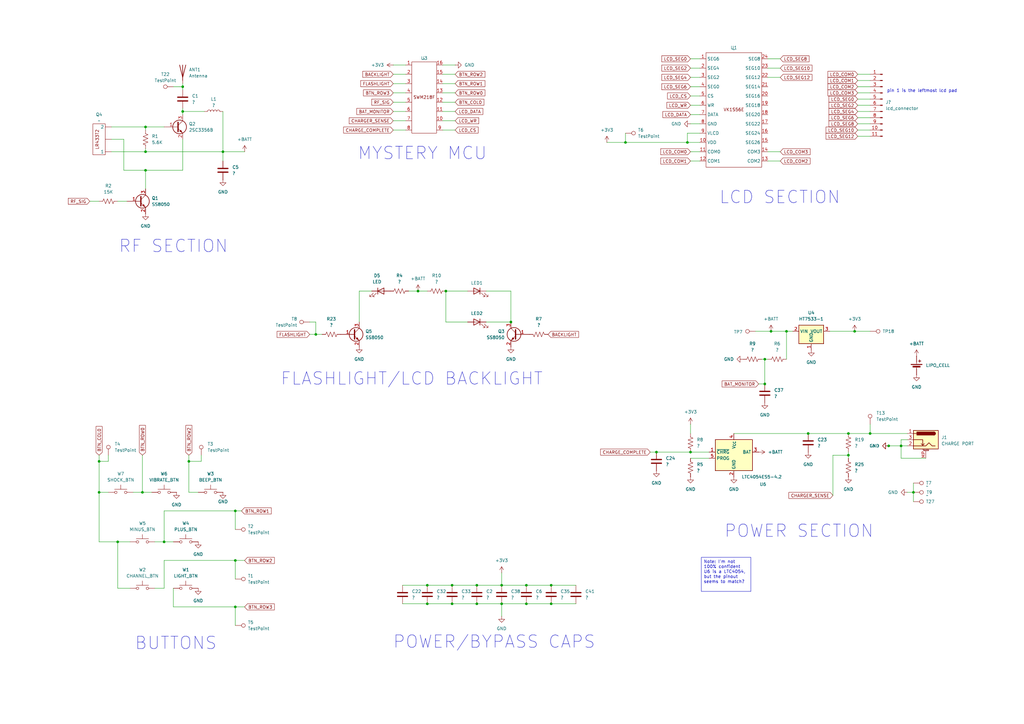
<source format=kicad_sch>
(kicad_sch (version 20231120) (generator "eeschema") (generator_version "8.0")
  (paper "A3")
  (title_block (rev "1"))
  (lib_symbols
    (symbol "Battery_Management:LTC4054ES5-4.2"
      (property "Reference" "U" (at -5.842 6.604 0))
      (property "Value" "LTC4054ES5-4.2" (at 1.524 6.604 0))
      (symbol "LTC4054ES5-4.2_1_1"
        (pin open_collector line (at -10.16 0 0) (length 2.54) (name "~{CHRG}") (number "1"))
        (pin power_in line (at 0 -10.16 90) (length 2.54) (name "GND") (number "2"))
        (pin power_out line (at 10.16 0 180) (length 2.54) (name "BAT") (number "3"))
        (pin power_in line (at 0 7.62 270) (length 2.54) (name "V_{CC}") (number "4"))
        (pin bidirectional line (at -10.16 -2.54 0) (length 2.54) (name "PROG") (number "5"))
      )
    )
    (symbol "Connector:Barrel_Jack_Switch_MountingPin" (pin_names hide)
      (property "Reference" "J" (at 0 5.334 0))
      (property "Value" "Barrel_Jack_Switch_MountingPin" (at 1.27 -6.35 0))
      (symbol "Barrel_Jack_Switch_MountingPin_1_1"
        (text "Mounting" (at 0 -4.191 0) (effects (font (size 0.381 0.381))))
        (pin passive line (at 7.62 2.54 180) (length 2.54) (name "~") (number "1"))
        (pin passive line (at 7.62 -2.54 180) (length 2.54) (name "~") (number "2"))
        (pin passive line (at 7.62 0 180) (length 2.54) (name "~") (number "3"))
        (pin passive line (at 0 -7.62 90) (length 3.048) (name "MountPin") (number "MP"))
      )
    )
    (symbol "Connector:Conn_01x11_Pin" (pin_names (offset 1.016) hide)
      (property "Reference" "J" (at 0 15.24 0))
      (property "Value" "Conn_01x11_Pin" (at 0 -15.24 0))
      (symbol "Conn_01x11_Pin_1_1"
        (pin passive line (at 5.08 12.7 180) (length 3.81) (name "Pin_1") (number "1"))
        (pin passive line (at 5.08 -10.16 180) (length 3.81) (name "Pin_10") (number "10"))
        (pin passive line (at 5.08 -12.7 180) (length 3.81) (name "Pin_11") (number "11"))
        (pin passive line (at 5.08 10.16 180) (length 3.81) (name "Pin_2") (number "2"))
        (pin passive line (at 5.08 7.62 180) (length 3.81) (name "Pin_3") (number "3"))
        (pin passive line (at 5.08 5.08 180) (length 3.81) (name "Pin_4") (number "4"))
        (pin passive line (at 5.08 2.54 180) (length 3.81) (name "Pin_5") (number "5"))
        (pin passive line (at 5.08 0 180) (length 3.81) (name "Pin_6") (number "6"))
        (pin passive line (at 5.08 -2.54 180) (length 3.81) (name "Pin_7") (number "7"))
        (pin passive line (at 5.08 -5.08 180) (length 3.81) (name "Pin_8") (number "8"))
        (pin passive line (at 5.08 -7.62 180) (length 3.81) (name "Pin_9") (number "9"))
      )
    )
    (symbol "Connector:TestPoint" (pin_numbers hide) (pin_names (offset 0.762) hide)
      (property "Reference" "TP" (at 0 6.858 0))
      (property "Value" "TestPoint" (at 0 5.08 0))
      (symbol "TestPoint_1_1"
        (pin passive line (at 0 0 90) (length 2.54) (name "1") (number "1"))
      )
    )
    (symbol "Device:Antenna" (pin_numbers hide) (pin_names (offset 1.016) hide)
      (property "Reference" "AE" (at -1.905 1.905 0))
      (property "Value" "Antenna" (at -1.905 0 0))
      (symbol "Antenna_1_1"
        (pin input line (at 0 -5.08 90) (length 2.54) (name "A") (number "1"))
      )
    )
    (symbol "Device:Battery_Cell" (pin_numbers hide) (pin_names (offset 0) hide)
      (property "Reference" "BT" (at 2.54 2.54 0))
      (property "Value" "Battery_Cell" (at 2.54 0 0))
      (symbol "Battery_Cell_1_1"
        (pin passive line (at 0 5.08 270) (length 2.54) (name "+") (number "1"))
        (pin passive line (at 0 -2.54 90) (length 2.54) (name "-") (number "2"))
      )
    )
    (symbol "Device:C" (pin_numbers hide) (pin_names (offset 0.254))
      (property "Reference" "C" (at 0.635 2.54 0))
      (property "Value" "C" (at 0.635 -2.54 0))
      (symbol "C_1_1"
        (pin passive line (at 0 3.81 270) (length 2.794) (name "~") (number "1"))
        (pin passive line (at 0 -3.81 90) (length 2.794) (name "~") (number "2"))
      )
    )
    (symbol "Device:L" (pin_numbers hide) (pin_names (offset 1.016) hide)
      (property "Reference" "L" (at -1.27 0 90))
      (property "Value" "L" (at 1.905 0 90))
      (symbol "L_1_1"
        (pin passive line (at 0 3.81 270) (length 1.27) (name "1") (number "1"))
        (pin passive line (at 0 -3.81 90) (length 1.27) (name "2") (number "2"))
      )
    )
    (symbol "Device:LED" (pin_numbers hide) (pin_names (offset 1.016) hide)
      (property "Reference" "D" (at 0 2.54 0))
      (property "Value" "LED" (at 0 -2.54 0))
      (symbol "LED_1_1"
        (pin passive line (at -3.81 0 0) (length 2.54) (name "K") (number "1"))
        (pin passive line (at 3.81 0 180) (length 2.54) (name "A") (number "2"))
      )
    )
    (symbol "Device:Q_NPN_BEC" (pin_names (offset 0) hide)
      (property "Reference" "Q" (at 5.08 1.27 0))
      (property "Value" "Q_NPN_BEC" (at 5.08 -1.27 0))
      (symbol "Q_NPN_BEC_1_1"
        (pin input line (at -5.08 0 0) (length 5.715) (name "B") (number "1"))
        (pin passive line (at 2.54 -5.08 90) (length 2.54) (name "E") (number "2"))
        (pin passive line (at 2.54 5.08 270) (length 2.54) (name "C") (number "3"))
      )
    )
    (symbol "Device:R_US" (pin_numbers hide) (pin_names (offset 0))
      (property "Reference" "R" (at 2.54 0 90))
      (property "Value" "R_US" (at -2.54 0 90))
      (symbol "R_US_1_1"
        (pin passive line (at 0 3.81 270) (length 1.27) (name "~") (number "1"))
        (pin passive line (at 0 -3.81 90) (length 1.27) (name "~") (number "2"))
      )
    )
    (symbol "Regulator_Linear:HT75xx-1-SOT89"
      (property "Reference" "U" (at -5.08 -3.81 0))
      (property "Value" "HT75xx-1-SOT89" (at 0 6.35 0))
      (symbol "HT75xx-1-SOT89_1_1"
        (pin power_in line (at 0 -5.08 90) (length 2.54) (name "GND") (number "1"))
        (pin power_in line (at -7.62 2.54 0) (length 2.54) (name "VIN") (number "2"))
        (pin power_out line (at 7.62 2.54 180) (length 2.54) (name "VOUT") (number "3"))
      )
    )
    (symbol "Switch:SW_Push" (pin_numbers hide) (pin_names (offset 1.016) hide)
      (property "Reference" "SW" (at 1.27 2.54 0))
      (property "Value" "SW_Push" (at 0 -1.524 0))
      (symbol "SW_Push_0_1"
        (pin passive line (at -5.08 0 0) (length 2.54) (name "1") (number "1"))
        (pin passive line (at 5.08 0 180) (length 2.54) (name "2") (number "2"))
      )
    )
    (symbol "power:+3V3" (power) (pin_numbers hide) (pin_names (offset 0) hide)
      (property "Value" "+3V3" (at 0 3.556 0))
      (symbol "+3V3_1_1"
        (pin power_in line (at 0 0 90) (length 0) (name "~") (number "1"))
      )
    )
    (symbol "power:+BATT" (power) (pin_numbers hide) (pin_names (offset 0) hide)
      (property "Value" "+BATT" (at 0 3.556 0))
      (symbol "+BATT_1_1"
        (pin power_in line (at 0 0 90) (length 0) (name "~") (number "1"))
      )
    )
    (symbol "power:GND" (power) (pin_numbers hide) (pin_names (offset 0) hide)
      (property "Value" "GND" (at 0 -3.81 0))
      (symbol "GND_1_1"
        (pin power_in line (at 0 0 270) (length 0) (name "~") (number "1"))
      )
    )
    (symbol "shocker_chips:LR433T2"
      (property "Reference" "Q" (at 0 0 0))
      (symbol "LR433T2_1_1"
        (text "LR433T2" (at 0 -3.048 0) (effects (font (size 1.27 1.27))))
        (pin unspecified line (at 0 -8.89 90) (length 2.54) (name "") (number ""))
        (pin unspecified line (at -5.08 -8.89 90) (length 2.54) (name "1") (number ""))
        (pin unspecified line (at 5.08 -8.89 90) (length 2.54) (name "2") (number ""))
      )
    )
    (symbol "shocker_chips:SWM218F"
      (property "Reference" "U" (at 0 0 0))
      (symbol "SWM218F_1_1"
        (text "SWM218F" (at 0 -17.018 0) (effects (font (size 1.27 1.27))))
        (pin unspecified line (at -7.62 -3.81 0) (length 2.54) (name "") (number "1"))
        (pin unspecified line (at 7.62 -26.67 180) (length 2.54) (name "") (number "10"))
        (pin unspecified line (at 7.62 -22.86 180) (length 2.54) (name "") (number "11"))
        (pin unspecified line (at 7.62 -19.05 180) (length 2.54) (name "") (number "12"))
        (pin unspecified line (at 7.62 -15.24 180) (length 2.54) (name "") (number "13"))
        (pin unspecified line (at 7.62 -11.43 180) (length 2.54) (name "") (number "14"))
        (pin unspecified line (at 7.62 -7.62 180) (length 2.54) (name "") (number "15"))
        (pin unspecified line (at 7.62 -3.81 180) (length 2.54) (name "") (number "16"))
        (pin unspecified line (at -7.62 -7.62 0) (length 2.54) (name "") (number "2"))
        (pin unspecified line (at -7.62 -11.43 0) (length 2.54) (name "") (number "3"))
        (pin unspecified line (at -7.62 -15.24 0) (length 2.54) (name "") (number "4"))
        (pin unspecified line (at -7.62 -19.05 0) (length 2.54) (name "") (number "5"))
        (pin unspecified line (at -7.62 -22.86 0) (length 2.54) (name "") (number "6"))
        (pin unspecified line (at -7.62 -26.67 0) (length 2.54) (name "") (number "7"))
        (pin unspecified line (at -7.62 -30.48 0) (length 2.54) (name "") (number "8"))
        (pin unspecified line (at 7.62 -30.48 180) (length 2.54) (name "") (number "9"))
      )
    )
    (symbol "shocker_chips:VK1S56E"
      (property "Reference" "U" (at 0 0 0))
      (symbol "VK1S56E_1_1"
        (text "VK1S56E" (at 0 -24.638 0) (effects (font (size 1.27 1.27))))
        (pin unspecified line (at -13.97 -3.81 0) (length 2.54) (name "SEG6") (number "1"))
        (pin unspecified line (at -13.97 -38.1 0) (length 2.54) (name "VDD") (number "10"))
        (pin unspecified line (at -13.97 -41.91 0) (length 2.54) (name "COM0") (number "11"))
        (pin unspecified line (at -13.97 -45.72 0) (length 2.54) (name "COM1") (number "12"))
        (pin unspecified line (at 13.97 -45.72 180) (length 2.54) (name "COM2") (number "13"))
        (pin unspecified line (at 13.97 -41.91 180) (length 2.54) (name "COM3") (number "14"))
        (pin unspecified line (at 13.97 -38.1 180) (length 2.54) (name "SEG26") (number "15"))
        (pin unspecified line (at 13.97 -34.29 180) (length 2.54) (name "SEG24") (number "16"))
        (pin unspecified line (at 13.97 -30.48 180) (length 2.54) (name "SEG22") (number "17"))
        (pin unspecified line (at 13.97 -26.67 180) (length 2.54) (name "SEG20") (number "18"))
        (pin unspecified line (at 13.97 -22.86 180) (length 2.54) (name "SEG18") (number "19"))
        (pin unspecified line (at -13.97 -7.62 0) (length 2.54) (name "SEG4") (number "2"))
        (pin unspecified line (at 13.97 -19.05 180) (length 2.54) (name "SEG16") (number "20"))
        (pin unspecified line (at 13.97 -15.24 180) (length 2.54) (name "SEG14") (number "21"))
        (pin unspecified line (at 13.97 -11.43 180) (length 2.54) (name "SEG12") (number "22"))
        (pin unspecified line (at 13.97 -7.62 180) (length 2.54) (name "SEG10") (number "23"))
        (pin unspecified line (at 13.97 -3.81 180) (length 2.54) (name "SEG8") (number "24"))
        (pin unspecified line (at -13.97 -11.43 0) (length 2.54) (name "SEG2") (number "3"))
        (pin unspecified line (at -13.97 -15.24 0) (length 2.54) (name "SEG0") (number "4"))
        (pin unspecified line (at -13.97 -19.05 0) (length 2.54) (name "CS") (number "5"))
        (pin unspecified line (at -13.97 -22.86 0) (length 2.54) (name "WR") (number "6"))
        (pin unspecified line (at -13.97 -26.67 0) (length 2.54) (name "DATA") (number "7"))
        (pin unspecified line (at -13.97 -30.48 0) (length 2.54) (name "GND") (number "8"))
        (pin unspecified line (at -13.97 -34.29 0) (length 2.54) (name "VLCD") (number "9"))
      )
    )
  )
  (junction (at 48.26 222.25))
  (junction (at 77.47 189.23))
  (junction (at 40.64 189.23))
  (junction (at 350.52 135.89))
  (junction (at 205.74 240.03))
  (junction (at 364.49 182.88))
  (junction (at 226.06 247.65))
  (junction (at 226.06 240.03))
  (junction (at 256.54 58.42))
  (junction (at 215.9 240.03))
  (junction (at 67.31 222.25))
  (junction (at 96.52 229.87))
  (junction (at 96.52 248.92))
  (junction (at 91.44 62.23))
  (junction (at 59.69 62.23))
  (junction (at 195.58 247.65))
  (junction (at 175.26 240.03))
  (junction (at 96.52 209.55))
  (junction (at 185.42 240.03))
  (junction (at 185.42 247.65))
  (junction (at 59.69 52.07))
  (junction (at 269.24 185.42))
  (junction (at 313.69 157.48))
  (junction (at 356.87 177.8))
  (junction (at 74.93 35.56))
  (junction (at 374.65 201.93))
  (junction (at 215.9 247.65))
  (junction (at 281.94 58.42))
  (junction (at 347.98 177.8))
  (junction (at 59.69 69.85))
  (junction (at 322.58 135.89))
  (junction (at 58.42 201.93))
  (junction (at 369.57 182.88))
  (junction (at 347.98 186.69))
  (junction (at 331.47 177.8))
  (junction (at 175.26 247.65))
  (junction (at 129.54 137.16))
  (junction (at 316.23 135.89))
  (junction (at 74.93 45.72))
  (junction (at 313.69 147.32))
  (junction (at 182.88 119.38))
  (junction (at 171.45 119.38))
  (junction (at 209.55 132.08))
  (junction (at 40.64 201.93))
  (junction (at 283.21 185.42))
  (junction (at 205.74 247.65))
  (junction (at 195.58 240.03))
  (wire (pts (xy 309.88 135.89) (xy 316.23 135.89)))
  (wire (pts (xy 313.69 147.32) (xy 313.69 157.48)))
  (wire (pts (xy 314.96 31.75) (xy 320.04 31.75)))
  (wire (pts (xy 77.47 186.69) (xy 77.47 189.23)))
  (wire (pts (xy 147.32 119.38) (xy 147.32 132.08)))
  (wire (pts (xy 341.63 186.69) (xy 347.98 186.69)))
  (wire (pts (xy 364.49 182.88) (xy 369.57 182.88)))
  (wire (pts (xy 283.21 24.13) (xy 287.02 24.13)))
  (wire (pts (xy 316.23 135.89) (xy 322.58 135.89)))
  (wire (pts (xy 45.72 62.23) (xy 59.69 62.23)))
  (wire (pts (xy 91.44 45.72) (xy 91.44 62.23)))
  (wire (pts (xy 74.93 34.29) (xy 74.93 35.56)))
  (wire (pts (xy 50.8 57.15) (xy 45.72 57.15)))
  (wire (pts (xy 59.69 52.07) (xy 67.31 52.07)))
  (wire (pts (xy 331.47 177.8) (xy 347.98 177.8)))
  (wire (pts (xy 283.21 27.94) (xy 287.02 27.94)))
  (wire (pts (xy 369.57 182.88) (xy 369.57 187.96)))
  (wire (pts (xy 77.47 189.23) (xy 82.55 189.23)))
  (wire (pts (xy 181.61 41.91) (xy 186.69 41.91)))
  (wire (pts (xy 96.52 209.55) (xy 99.06 209.55)))
  (wire (pts (xy 347.98 185.42) (xy 347.98 186.69)))
  (wire (pts (xy 182.88 119.38) (xy 191.77 119.38)))
  (wire (pts (xy 283.21 62.23) (xy 287.02 62.23)))
  (wire (pts (xy 283.21 35.56) (xy 287.02 35.56)))
  (wire (pts (xy 161.29 30.48) (xy 166.37 30.48)))
  (wire (pts (xy 205.74 240.03) (xy 215.9 240.03)))
  (wire (pts (xy 59.69 60.96) (xy 59.69 62.23)))
  (wire (pts (xy 175.26 247.65) (xy 185.42 247.65)))
  (wire (pts (xy 322.58 135.89) (xy 325.12 135.89)))
  (wire (pts (xy 96.52 248.92) (xy 96.52 256.54)))
  (wire (pts (xy 161.29 26.67) (xy 166.37 26.67)))
  (wire (pts (xy 36.83 82.55) (xy 40.64 82.55)))
  (wire (pts (xy 209.55 132.08) (xy 199.39 132.08)))
  (wire (pts (xy 71.12 35.56) (xy 74.93 35.56)))
  (wire (pts (xy 44.45 186.69) (xy 44.45 189.23)))
  (wire (pts (xy 48.26 82.55) (xy 52.07 82.55)))
  (wire (pts (xy 266.7 185.42) (xy 269.24 185.42)))
  (wire (pts (xy 67.31 209.55) (xy 96.52 209.55)))
  (wire (pts (xy 351.79 53.34) (xy 356.87 53.34)))
  (wire (pts (xy 48.26 222.25) (xy 53.34 222.25)))
  (wire (pts (xy 77.47 189.23) (xy 77.47 201.93)))
  (wire (pts (xy 205.74 234.95) (xy 205.74 240.03)))
  (wire (pts (xy 67.31 229.87) (xy 96.52 229.87)))
  (wire (pts (xy 50.8 69.85) (xy 50.8 57.15)))
  (wire (pts (xy 215.9 247.65) (xy 226.06 247.65)))
  (wire (pts (xy 167.64 119.38) (xy 171.45 119.38)))
  (wire (pts (xy 67.31 222.25) (xy 71.12 222.25)))
  (wire (pts (xy 181.61 53.34) (xy 186.69 53.34)))
  (wire (pts (xy 59.69 62.23) (xy 91.44 62.23)))
  (wire (pts (xy 74.93 57.15) (xy 74.93 69.85)))
  (wire (pts (xy 185.42 240.03) (xy 195.58 240.03)))
  (wire (pts (xy 91.44 62.23) (xy 100.33 62.23)))
  (wire (pts (xy 181.61 38.1) (xy 186.69 38.1)))
  (wire (pts (xy 181.61 34.29) (xy 186.69 34.29)))
  (wire (pts (xy 209.55 119.38) (xy 199.39 119.38)))
  (wire (pts (xy 369.57 187.96) (xy 379.73 187.96)))
  (wire (pts (xy 181.61 30.48) (xy 186.69 30.48)))
  (wire (pts (xy 181.61 45.72) (xy 186.69 45.72)))
  (wire (pts (xy 161.29 34.29) (xy 166.37 34.29)))
  (wire (pts (xy 96.52 209.55) (xy 96.52 217.17)))
  (wire (pts (xy 129.54 132.08) (xy 129.54 137.16)))
  (wire (pts (xy 40.64 201.93) (xy 44.45 201.93)))
  (wire (pts (xy 281.94 54.61) (xy 287.02 54.61)))
  (wire (pts (xy 40.64 201.93) (xy 40.64 222.25)))
  (wire (pts (xy 312.42 147.32) (xy 313.69 147.32)))
  (wire (pts (xy 74.93 45.72) (xy 74.93 46.99)))
  (wire (pts (xy 96.52 248.92) (xy 100.33 248.92)))
  (wire (pts (xy 74.93 44.45) (xy 74.93 45.72)))
  (wire (pts (xy 59.69 69.85) (xy 59.69 77.47)))
  (wire (pts (xy 48.26 241.3) (xy 53.34 241.3)))
  (wire (pts (xy 91.44 62.23) (xy 91.44 66.04)))
  (wire (pts (xy 82.55 186.69) (xy 82.55 189.23)))
  (wire (pts (xy 181.61 26.67) (xy 186.69 26.67)))
  (wire (pts (xy 351.79 50.8) (xy 356.87 50.8)))
  (wire (pts (xy 351.79 35.56) (xy 356.87 35.56)))
  (wire (pts (xy 195.58 240.03) (xy 205.74 240.03)))
  (wire (pts (xy 351.79 40.64) (xy 356.87 40.64)))
  (wire (pts (xy 314.96 66.04) (xy 320.04 66.04)))
  (wire (pts (xy 322.58 135.89) (xy 322.58 147.32)))
  (wire (pts (xy 374.65 201.93) (xy 374.65 205.74)))
  (wire (pts (xy 175.26 240.03) (xy 185.42 240.03)))
  (wire (pts (xy 369.57 182.88) (xy 372.11 182.88)))
  (wire (pts (xy 351.79 43.18) (xy 356.87 43.18)))
  (wire (pts (xy 58.42 186.69) (xy 58.42 201.93)))
  (wire (pts (xy 58.42 201.93) (xy 62.23 201.93)))
  (wire (pts (xy 226.06 240.03) (xy 236.22 240.03)))
  (wire (pts (xy 74.93 45.72) (xy 83.82 45.72)))
  (wire (pts (xy 127 137.16) (xy 129.54 137.16)))
  (wire (pts (xy 351.79 38.1) (xy 356.87 38.1)))
  (wire (pts (xy 351.79 33.02) (xy 356.87 33.02)))
  (wire (pts (xy 313.69 147.32) (xy 314.96 147.32)))
  (wire (pts (xy 96.52 229.87) (xy 96.52 237.49)))
  (wire (pts (xy 185.42 247.65) (xy 195.58 247.65)))
  (wire (pts (xy 127 132.08) (xy 129.54 132.08)))
  (wire (pts (xy 147.32 119.38) (xy 152.4 119.38)))
  (wire (pts (xy 314.96 24.13) (xy 320.04 24.13)))
  (wire (pts (xy 347.98 186.69) (xy 347.98 187.96)))
  (wire (pts (xy 283.21 39.37) (xy 287.02 39.37)))
  (wire (pts (xy 161.29 53.34) (xy 166.37 53.34)))
  (wire (pts (xy 182.88 132.08) (xy 191.77 132.08)))
  (wire (pts (xy 374.65 198.12) (xy 374.65 201.93)))
  (wire (pts (xy 67.31 209.55) (xy 67.31 222.25)))
  (wire (pts (xy 59.69 69.85) (xy 74.93 69.85)))
  (wire (pts (xy 283.21 31.75) (xy 287.02 31.75)))
  (wire (pts (xy 205.74 247.65) (xy 205.74 252.73)))
  (wire (pts (xy 340.36 135.89) (xy 350.52 135.89)))
  (wire (pts (xy 195.58 247.65) (xy 205.74 247.65)))
  (wire (pts (xy 45.72 52.07) (xy 59.69 52.07)))
  (wire (pts (xy 300.99 177.8) (xy 331.47 177.8)))
  (wire (pts (xy 205.74 247.65) (xy 215.9 247.65)))
  (wire (pts (xy 283.21 185.42) (xy 290.83 185.42)))
  (wire (pts (xy 181.61 49.53) (xy 186.69 49.53)))
  (wire (pts (xy 71.12 241.3) (xy 71.12 248.92)))
  (wire (pts (xy 96.52 229.87) (xy 100.33 229.87)))
  (wire (pts (xy 165.1 240.03) (xy 175.26 240.03)))
  (wire (pts (xy 372.11 201.93) (xy 374.65 201.93)))
  (wire (pts (xy 171.45 119.38) (xy 175.26 119.38)))
  (wire (pts (xy 161.29 45.72) (xy 166.37 45.72)))
  (wire (pts (xy 248.92 58.42) (xy 256.54 58.42)))
  (wire (pts (xy 283.21 43.18) (xy 287.02 43.18)))
  (wire (pts (xy 40.64 189.23) (xy 44.45 189.23)))
  (wire (pts (xy 369.57 180.34) (xy 369.57 182.88)))
  (wire (pts (xy 165.1 247.65) (xy 175.26 247.65)))
  (wire (pts (xy 351.79 48.26) (xy 356.87 48.26)))
  (wire (pts (xy 351.79 45.72) (xy 356.87 45.72)))
  (wire (pts (xy 161.29 49.53) (xy 166.37 49.53)))
  (wire (pts (xy 283.21 173.99) (xy 283.21 177.8)))
  (wire (pts (xy 54.61 201.93) (xy 58.42 201.93)))
  (wire (pts (xy 281.94 54.61) (xy 281.94 58.42)))
  (wire (pts (xy 67.31 229.87) (xy 67.31 241.3)))
  (wire (pts (xy 350.52 135.89) (xy 356.87 135.89)))
  (wire (pts (xy 356.87 177.8) (xy 372.11 177.8)))
  (wire (pts (xy 341.63 186.69) (xy 341.63 203.2)))
  (wire (pts (xy 182.88 119.38) (xy 182.88 132.08)))
  (wire (pts (xy 283.21 187.96) (xy 290.83 187.96)))
  (wire (pts (xy 215.9 240.03) (xy 226.06 240.03)))
  (wire (pts (xy 281.94 58.42) (xy 287.02 58.42)))
  (wire (pts (xy 347.98 177.8) (xy 356.87 177.8)))
  (wire (pts (xy 129.54 137.16) (xy 132.08 137.16)))
  (wire (pts (xy 71.12 248.92) (xy 96.52 248.92)))
  (wire (pts (xy 351.79 30.48) (xy 356.87 30.48)))
  (wire (pts (xy 283.21 66.04) (xy 287.02 66.04)))
  (wire (pts (xy 311.15 157.48) (xy 313.69 157.48)))
  (wire (pts (xy 314.96 62.23) (xy 320.04 62.23)))
  (wire (pts (xy 256.54 54.61) (xy 256.54 58.42)))
  (wire (pts (xy 63.5 222.25) (xy 67.31 222.25)))
  (wire (pts (xy 74.93 35.56) (xy 74.93 36.83)))
  (wire (pts (xy 48.26 222.25) (xy 48.26 241.3)))
  (wire (pts (xy 226.06 247.65) (xy 236.22 247.65)))
  (wire (pts (xy 283.21 46.99) (xy 287.02 46.99)))
  (wire (pts (xy 50.8 69.85) (xy 59.69 69.85)))
  (wire (pts (xy 40.64 186.69) (xy 40.64 189.23)))
  (wire (pts (xy 356.87 173.99) (xy 356.87 177.8)))
  (wire (pts (xy 269.24 185.42) (xy 283.21 185.42)))
  (wire (pts (xy 209.55 119.38) (xy 209.55 132.08)))
  (wire (pts (xy 161.29 41.91) (xy 166.37 41.91)))
  (wire (pts (xy 40.64 189.23) (xy 40.64 201.93)))
  (wire (pts (xy 77.47 201.93) (xy 81.28 201.93)))
  (wire (pts (xy 351.79 55.88) (xy 356.87 55.88)))
  (wire (pts (xy 369.57 180.34) (xy 372.11 180.34)))
  (wire (pts (xy 314.96 27.94) (xy 320.04 27.94)))
  (wire (pts (xy 63.5 241.3) (xy 67.31 241.3)))
  (wire (pts (xy 161.29 38.1) (xy 166.37 38.1)))
  (wire (pts (xy 256.54 58.42) (xy 281.94 58.42)))
  (wire (pts (xy 40.64 222.25) (xy 48.26 222.25)))
  (wire (pts (xy 59.69 52.07) (xy 59.69 53.34)))
  (wire (pts (xy 283.21 50.8) (xy 287.02 50.8)))
  (text_box "Note: I'm not 100% confident U6 is a LTC4054, but the pinout seems to match?\n" (at 287.655 228.6 0) (size 20.32 13.97) (effects (font (size 1.27 1.27)) (justify left top)))
  (text "POWER/BYPASS CAPS" (at 202.692 263.398 0) (effects (font (size 5.08 5.08))))
  (text "LCD SECTION" (at 319.786 81.026 0) (effects (font (size 5.08 5.08))))
  (text "MYSTERY MCU" (at 173.228 62.992 0) (effects (font (size 5.08 5.08))))
  (text "FLASHLIGHT/LCD BACKLIGHT\n" (at 168.91 155.448 0) (effects (font (size 5.08 5.08))))
  (text "pin 1 is the leftmost lcd pad\n" (at 378.206 37.338 0) (effects (font (size 1.27 1.27))))
  (text "RF SECTION" (at 71.12 101.092 0) (effects (font (size 5.08 5.08))))
  (text "BUTTONS\n" (at 72.136 263.906 0) (effects (font (size 5.08 5.08))))
  (text "POWER SECTION" (at 327.66 217.932 0) (effects (font (size 5.08 5.08))))
  (global_label "LCD_SEG4" (shape input) (at 351.79 45.72 180) (property "Intersheetrefs" "${INTERSHEET_REFS}" (effects (hide yes))))
  (global_label "BTN_ROW3" (shape input) (at 161.29 38.1 180) (property "Intersheetrefs" "${INTERSHEET_REFS}" (effects (hide yes))))
  (global_label "LCD_SEG8" (shape input) (at 351.79 50.8 180) (property "Intersheetrefs" "${INTERSHEET_REFS}" (effects (hide yes))))
  (global_label "BTN_ROW0" (shape input) (at 58.42 186.69 90) (property "Intersheetrefs" "${INTERSHEET_REFS}" (effects (hide yes))))
  (global_label "LCD_COM1" (shape input) (at 351.79 33.02 180) (property "Intersheetrefs" "${INTERSHEET_REFS}" (effects (hide yes))))
  (global_label "LCD_SEG6" (shape input) (at 351.79 48.26 180) (property "Intersheetrefs" "${INTERSHEET_REFS}" (effects (hide yes))))
  (global_label "LCD_SEG12" (shape input) (at 351.79 55.88 180) (property "Intersheetrefs" "${INTERSHEET_REFS}" (effects (hide yes))))
  (global_label "LCD_DATA" (shape input) (at 283.21 46.99 180) (property "Intersheetrefs" "${INTERSHEET_REFS}" (effects (hide yes))))
  (global_label "LCD_CS" (shape input) (at 283.21 39.37 180) (property "Intersheetrefs" "${INTERSHEET_REFS}" (effects (hide yes))))
  (global_label "BTN_ROW2" (shape input) (at 100.33 229.87 0) (property "Intersheetrefs" "${INTERSHEET_REFS}" (effects (hide yes))))
  (global_label "BTN_ROW1" (shape input) (at 99.06 209.55 0) (property "Intersheetrefs" "${INTERSHEET_REFS}" (effects (hide yes))))
  (global_label "BACKLIGHT" (shape input) (at 224.79 137.16 0) (property "Intersheetrefs" "${INTERSHEET_REFS}" (effects (hide yes))))
  (global_label "LCD_DATA" (shape input) (at 186.69 45.72 0) (property "Intersheetrefs" "${INTERSHEET_REFS}" (effects (hide yes))))
  (global_label "BTN_COL0" (shape input) (at 40.64 186.69 90) (property "Intersheetrefs" "${INTERSHEET_REFS}" (effects (hide yes))))
  (global_label "BAT_MONITOR" (shape input) (at 311.15 157.48 180) (property "Intersheetrefs" "${INTERSHEET_REFS}" (effects (hide yes))))
  (global_label "LCD_COM0" (shape input) (at 351.79 30.48 180) (property "Intersheetrefs" "${INTERSHEET_REFS}" (effects (hide yes))))
  (global_label "BTN_ROW2" (shape input) (at 77.47 186.69 90) (property "Intersheetrefs" "${INTERSHEET_REFS}" (effects (hide yes))))
  (global_label "BTN_ROW1" (shape input) (at 186.69 34.29 0) (property "Intersheetrefs" "${INTERSHEET_REFS}" (effects (hide yes))))
  (global_label "LCD_SEG8" (shape input) (at 320.04 24.13 0) (property "Intersheetrefs" "${INTERSHEET_REFS}" (effects (hide yes))))
  (global_label "LCD_COM3" (shape input) (at 320.04 62.23 0) (property "Intersheetrefs" "${INTERSHEET_REFS}" (effects (hide yes))))
  (global_label "LCD_SEG10" (shape input) (at 320.04 27.94 0) (property "Intersheetrefs" "${INTERSHEET_REFS}" (effects (hide yes))))
  (global_label "LCD_COM1" (shape input) (at 283.21 66.04 180) (property "Intersheetrefs" "${INTERSHEET_REFS}" (effects (hide yes))))
  (global_label "CHARGE_COMPLETE" (shape input) (at 161.29 53.34 180) (property "Intersheetrefs" "${INTERSHEET_REFS}" (effects (hide yes))))
  (global_label "LCD_SEG0" (shape input) (at 283.21 24.13 180) (property "Intersheetrefs" "${INTERSHEET_REFS}" (effects (hide yes))))
  (global_label "LCD_COM2" (shape input) (at 351.79 35.56 180) (property "Intersheetrefs" "${INTERSHEET_REFS}" (effects (hide yes))))
  (global_label "LCD_CS" (shape input) (at 186.69 53.34 0) (property "Intersheetrefs" "${INTERSHEET_REFS}" (effects (hide yes))))
  (global_label "RF_SIG" (shape input) (at 161.29 41.91 180) (property "Intersheetrefs" "${INTERSHEET_REFS}" (effects (hide yes))))
  (global_label "LCD_SEG4" (shape input) (at 283.21 31.75 180) (property "Intersheetrefs" "${INTERSHEET_REFS}" (effects (hide yes))))
  (global_label "LCD_SEG10" (shape input) (at 351.79 53.34 180) (property "Intersheetrefs" "${INTERSHEET_REFS}" (effects (hide yes))))
  (global_label "BAT_MONITOR" (shape input) (at 161.29 45.72 180) (property "Intersheetrefs" "${INTERSHEET_REFS}" (effects (hide yes))))
  (global_label "LCD_SEG12" (shape input) (at 320.04 31.75 0) (property "Intersheetrefs" "${INTERSHEET_REFS}" (effects (hide yes))))
  (global_label "LCD_SEG2" (shape input) (at 283.21 27.94 180) (property "Intersheetrefs" "${INTERSHEET_REFS}" (effects (hide yes))))
  (global_label "CHARGE_COMPLETE" (shape input) (at 266.7 185.42 180) (property "Intersheetrefs" "${INTERSHEET_REFS}" (effects (hide yes))))
  (global_label "LCD_WR" (shape input) (at 283.21 43.18 180) (property "Intersheetrefs" "${INTERSHEET_REFS}" (effects (hide yes))))
  (global_label "LCD_SEG6" (shape input) (at 283.21 35.56 180) (property "Intersheetrefs" "${INTERSHEET_REFS}" (effects (hide yes))))
  (global_label "LCD_SEG0" (shape input) (at 351.79 40.64 180) (property "Intersheetrefs" "${INTERSHEET_REFS}" (effects (hide yes))))
  (global_label "FLASHLIGHT" (shape input) (at 127 137.16 180) (property "Intersheetrefs" "${INTERSHEET_REFS}" (effects (hide yes))))
  (global_label "BACKLIGHT" (shape input) (at 161.29 30.48 180) (property "Intersheetrefs" "${INTERSHEET_REFS}" (effects (hide yes))))
  (global_label "CHARGER_SENSE" (shape input) (at 341.63 203.2 180) (property "Intersheetrefs" "${INTERSHEET_REFS}" (effects (hide yes))))
  (global_label "BTN_ROW3" (shape input) (at 100.33 248.92 0) (property "Intersheetrefs" "${INTERSHEET_REFS}" (effects (hide yes))))
  (global_label "BTN_COL0" (shape input) (at 186.69 41.91 0) (property "Intersheetrefs" "${INTERSHEET_REFS}" (effects (hide yes))))
  (global_label "FLASHLIGHT" (shape input) (at 161.29 34.29 180) (property "Intersheetrefs" "${INTERSHEET_REFS}" (effects (hide yes))))
  (global_label "LCD_COM3" (shape input) (at 351.79 38.1 180) (property "Intersheetrefs" "${INTERSHEET_REFS}" (effects (hide yes))))
  (global_label "CHARGER_SENSE" (shape input) (at 161.29 49.53 180) (property "Intersheetrefs" "${INTERSHEET_REFS}" (effects (hide yes))))
  (global_label "LCD_COM0" (shape input) (at 283.21 62.23 180) (property "Intersheetrefs" "${INTERSHEET_REFS}" (effects (hide yes))))
  (global_label "LCD_WR" (shape input) (at 186.69 49.53 0) (property "Intersheetrefs" "${INTERSHEET_REFS}" (effects (hide yes))))
  (global_label "BTN_ROW2" (shape input) (at 186.69 30.48 0) (property "Intersheetrefs" "${INTERSHEET_REFS}" (effects (hide yes))))
  (global_label "BTN_ROW0" (shape input) (at 186.69 38.1 0) (property "Intersheetrefs" "${INTERSHEET_REFS}" (effects (hide yes))))
  (global_label "LCD_SEG2" (shape input) (at 351.79 43.18 180) (property "Intersheetrefs" "${INTERSHEET_REFS}" (effects (hide yes))))
  (global_label "LCD_COM2" (shape input) (at 320.04 66.04 0) (property "Intersheetrefs" "${INTERSHEET_REFS}" (effects (hide yes))))
  (global_label "RF_SIG" (shape input) (at 36.83 82.55 180) (property "Intersheetrefs" "${INTERSHEET_REFS}" (effects (hide yes))))
  (symbol (lib_id "Device:R_US") (at 163.83 119.38 270) (unit 1)
    (property "Reference" "R4" (at 163.83 113.03 90))
    (property "Value" "?" (at 163.83 115.57 90))
    (property "Description" "Resistor, US symbol" (effects (hide yes)))
  )
  (symbol (lib_id "Device:Q_NPN_BEC") (at 144.78 137.16 0) (unit 1)
    (property "Reference" "Q5" (at 149.86 135.8899 0) (effects (justify left)))
    (property "Value" "SS8050" (at 149.86 138.4299 0) (effects (justify left)))
    (property "Description" "NPN transistor, base/emitter/collector" (effects (hide yes)))
  )
  (symbol (lib_id "Device:C") (at 215.9 243.84 0) (unit 1)
    (property "Reference" "C6" (at 219.71 242.5699 0) (effects (justify left)))
    (property "Value" "?" (at 219.71 245.1099 0) (effects (justify left)))
    (property "Description" "Unpolarized capacitor" (effects (hide yes)))
  )
  (symbol (lib_id "Device:C") (at 91.44 69.85 0) (unit 1)
    (property "Reference" "C5" (at 95.25 68.5799 0) (effects (justify left)))
    (property "Value" "?" (at 95.25 71.1199 0) (effects (justify left)))
    (property "Description" "Unpolarized capacitor" (effects (hide yes)))
  )
  (symbol (lib_id "Connector:Barrel_Jack_Switch_MountingPin") (at 379.73 180.34 0) (mirror y) (unit 1)
    (property "Reference" "J1" (at 386.08 179.4255 0) (effects (justify right)))
    (property "Value" "CHARGE PORT" (at 386.08 181.9655 0) (effects (justify right)))
    (property "Description" "DC Barrel Jack with an internal switch and a mounting pin" (effects (hide yes)))
  )
  (symbol (lib_id "Connector:TestPoint") (at 356.87 135.89 270) (unit 1)
    (property "Reference" "TP18" (at 361.95 135.8899 90) (effects (justify left)))
    (property "Value" "TestPoint" (effects (hide yes)))
    (property "Description" "test point" (effects (hide yes)))
  )
  (symbol (lib_id "Device:R_US") (at 283.21 191.77 180) (unit 1)
    (property "Reference" "R5" (at 285.75 190.4999 0) (effects (justify right)))
    (property "Value" "?" (at 285.75 193.0399 0) (effects (justify right)))
    (property "Description" "Resistor, US symbol" (effects (hide yes)))
  )
  (symbol (lib_id "Device:C") (at 74.93 40.64 0) (unit 1)
    (property "Reference" "C1" (at 78.74 39.3699 0) (effects (justify left)))
    (property "Value" "?" (at 78.74 41.9099 0) (effects (justify left)))
    (property "Description" "Unpolarized capacitor" (effects (hide yes)))
  )
  (symbol (lib_id "power:+BATT") (at 375.92 146.05 0) (unit 1)
    (property "Reference" "#PWR025" (effects (hide yes)))
    (property "Value" "+BATT" (at 375.92 140.97 0))
    (property "Description" "Power symbol creates a global label with name \"+BATT\"" (effects (hide yes)))
  )
  (symbol (lib_id "Switch:SW_Push") (at 67.31 201.93 0) (unit 1)
    (property "Reference" "W6" (at 67.31 194.31 0))
    (property "Value" "VIBRATE_BTN" (at 67.31 196.85 0))
    (property "Description" "Push button switch, generic, two pins" (effects (hide yes)))
  )
  (symbol (lib_id "power:GND") (at 269.24 193.04 0) (unit 1)
    (property "Reference" "#PWR013" (effects (hide yes)))
    (property "Value" "GND" (at 269.24 198.12 0))
    (property "Description" "Power symbol creates a global label with name \"GND\" , ground" (effects (hide yes)))
  )
  (symbol (lib_id "Device:Battery_Cell") (at 375.92 151.13 0) (unit 1)
    (property "Reference" "BT?" (effects (hide yes)))
    (property "Value" "LIPO_CELL" (at 379.73 149.86 0) (effects (justify left)))
    (property "Description" "Single-cell battery" (effects (hide yes)))
  )
  (symbol (lib_id "power:GND") (at 364.49 182.88 270) (mirror x) (unit 1)
    (property "Reference" "#PWR02" (effects (hide yes)))
    (property "Value" "GND" (at 360.68 182.8799 90) (effects (justify right)))
    (property "Description" "Power symbol creates a global label with name \"GND\" , ground" (effects (hide yes)))
  )
  (symbol (lib_id "Device:LED") (at 195.58 119.38 0) (mirror y) (unit 1)
    (property "Reference" "LED1" (at 195.58 116.078 0))
    (property "Value" "LED" (effects (hide yes)))
    (property "Description" "Light emitting diode" (effects (hide yes)))
  )
  (symbol (lib_id "power:GND") (at 300.99 195.58 0) (unit 1)
    (property "Reference" "#PWR029" (effects (hide yes)))
    (property "Value" "GND" (at 300.99 200.66 0))
    (property "Description" "Power symbol creates a global label with name \"GND\" , ground" (effects (hide yes)))
  )
  (symbol (lib_id "power:GND") (at 186.69 26.67 90) (unit 1)
    (property "Reference" "#PWR010" (effects (hide yes)))
    (property "Value" "GND" (at 190.5 26.6699 90) (effects (justify right)))
    (property "Description" "Power symbol creates a global label with name \"GND\" , ground" (effects (hide yes)))
  )
  (symbol (lib_id "Device:R_US") (at 283.21 181.61 0) (unit 1)
    (property "Reference" "R8" (at 285.75 180.3399 0) (effects (justify left)))
    (property "Value" "?" (at 285.75 182.8799 0) (effects (justify left)))
    (property "Description" "Resistor, US symbol" (effects (hide yes)))
  )
  (symbol (lib_id "Device:R_US") (at 59.69 57.15 0) (unit 1)
    (property "Reference" "R1" (at 62.23 55.8799 0) (effects (justify left)))
    (property "Value" "5.6K" (at 62.23 58.4199 0) (effects (justify left)))
    (property "Description" "Resistor, US symbol" (effects (hide yes)))
  )
  (symbol (lib_id "power:GND") (at 364.49 182.88 270) (mirror x) (unit 1)
    (property "Reference" "#PWR03" (effects (hide yes)))
    (property "Value" "GND" (at 360.68 182.8799 90) (effects (justify right)))
    (property "Description" "Power symbol creates a global label with name \"GND\" , ground" (effects (hide yes)))
  )
  (symbol (lib_id "shocker_chips:SWM218F") (at 173.99 22.86 0) (unit 1)
    (property "Reference" "U3" (at 173.99 23.876 0))
    (property "Value" "~" (at 173.99 24.13 0))
  )
  (symbol (lib_id "Device:R_US") (at 308.61 147.32 90) (unit 1)
    (property "Reference" "R9" (at 308.61 140.97 90))
    (property "Value" "?" (at 308.61 143.51 90))
    (property "Description" "Resistor, US symbol" (effects (hide yes)))
  )
  (symbol (lib_id "Connector:TestPoint") (at 82.55 186.69 0) (unit 1)
    (property "Reference" "T3" (at 85.09 182.1179 0) (effects (justify left)))
    (property "Value" "TestPoint" (at 85.09 184.6579 0) (effects (justify left)))
    (property "Description" "test point" (effects (hide yes)))
  )
  (symbol (lib_id "Connector:TestPoint") (at 44.45 186.69 0) (unit 1)
    (property "Reference" "T4" (at 46.99 182.1179 0) (effects (justify left)))
    (property "Value" "TestPoint" (at 46.99 184.6579 0) (effects (justify left)))
    (property "Description" "test point" (effects (hide yes)))
  )
  (symbol (lib_id "Device:Q_NPN_BEC") (at 212.09 137.16 0) (mirror y) (unit 1)
    (property "Reference" "Q3" (at 207.01 135.8899 0) (effects (justify left)))
    (property "Value" "SS8050" (at 207.01 138.4299 0) (effects (justify left)))
    (property "Description" "NPN transistor, base/emitter/collector" (effects (hide yes)))
  )
  (symbol (lib_id "power:GND") (at 209.55 142.24 0) (mirror y) (unit 1)
    (property "Reference" "#PWR022" (effects (hide yes)))
    (property "Value" "GND" (at 209.55 147.32 0))
    (property "Description" "Power symbol creates a global label with name \"GND\" , ground" (effects (hide yes)))
  )
  (symbol (lib_id "Device:C") (at 313.69 161.29 0) (unit 1)
    (property "Reference" "C37" (at 317.5 160.0199 0) (effects (justify left)))
    (property "Value" "?" (at 317.5 162.5599 0) (effects (justify left)))
    (property "Description" "Unpolarized capacitor" (effects (hide yes)))
  )
  (symbol (lib_id "Switch:SW_Push") (at 86.36 201.93 0) (unit 1)
    (property "Reference" "W3" (at 86.36 194.31 0))
    (property "Value" "BEEP_BTN" (at 86.36 196.85 0))
    (property "Description" "Push button switch, generic, two pins" (effects (hide yes)))
  )
  (symbol (lib_id "Device:R_US") (at 44.45 82.55 90) (unit 1)
    (property "Reference" "R2" (at 44.45 76.2 90))
    (property "Value" "15K" (at 44.45 78.74 90))
    (property "Description" "Resistor, US symbol" (effects (hide yes)))
  )
  (symbol (lib_id "Device:C") (at 165.1 243.84 0) (unit 1)
    (property "Reference" "C22" (at 168.91 242.5699 0) (effects (justify left)))
    (property "Value" "?" (at 168.91 245.1099 0) (effects (justify left)))
    (property "Description" "Unpolarized capacitor" (effects (hide yes)))
  )
  (symbol (lib_id "Device:R_US") (at 220.98 137.16 270) (mirror x) (unit 1)
    (property "Reference" "R7" (at 220.98 130.81 90))
    (property "Value" "?" (at 220.98 133.35 90))
    (property "Description" "Resistor, US symbol" (effects (hide yes)))
  )
  (symbol (lib_id "power:GND") (at 81.28 241.3 0) (unit 1)
    (property "Reference" "#PWR08" (effects (hide yes)))
    (property "Value" "GND" (at 81.28 246.38 0))
    (property "Description" "Power symbol creates a global label with name \"GND\" , ground" (effects (hide yes)))
  )
  (symbol (lib_id "power:+BATT") (at 316.23 135.89 0) (unit 1)
    (property "Reference" "#PWR016" (effects (hide yes)))
    (property "Value" "+BATT" (at 316.23 130.81 0))
    (property "Description" "Power symbol creates a global label with name \"+BATT\"" (effects (hide yes)))
  )
  (symbol (lib_id "Device:R_US") (at 347.98 181.61 180) (unit 1)
    (property "Reference" "R19" (at 350.52 180.3399 0) (effects (justify right)))
    (property "Value" "?" (at 350.52 182.8799 0) (effects (justify right)))
    (property "Description" "Resistor, US symbol" (effects (hide yes)))
  )
  (symbol (lib_id "power:GND") (at 59.69 87.63 0) (unit 1)
    (property "Reference" "#PWR019" (effects (hide yes)))
    (property "Value" "GND" (at 59.69 92.71 0))
    (property "Description" "Power symbol creates a global label with name \"GND\" , ground" (effects (hide yes)))
  )
  (symbol (lib_id "Device:LED") (at 195.58 132.08 0) (mirror y) (unit 1)
    (property "Reference" "LED2" (at 195.58 128.524 0))
    (property "Value" "LED" (effects (hide yes)))
    (property "Description" "Light emitting diode" (effects (hide yes)))
  )
  (symbol (lib_id "Device:C") (at 205.74 243.84 0) (unit 1)
    (property "Reference" "C38" (at 209.55 242.5699 0) (effects (justify left)))
    (property "Value" "?" (at 209.55 245.1099 0) (effects (justify left)))
    (property "Description" "Unpolarized capacitor" (effects (hide yes)))
  )
  (symbol (lib_id "Battery_Management:LTC4054ES5-4.2") (at 300.99 185.42 0) (unit 1)
    (property "Reference" "U6" (at 312.928 198.628 0))
    (property "Value" "LTC4054ES5-4.2" (at 312.42 195.58 0))
    (property "Footprint" "Package_TO_SOT_SMD:TSOT-23-5" (effects (hide yes)))
    (property "Datasheet" "https://www.analog.com/media/en/technical-documentation/data-sheets/405442xf.pdf" (effects (hide yes)))
    (property "Description" "Constant-current/constant-voltage linear charger for single cell lithium-ion batteries with 2.9V Trickle Charge, 4.5V to 6.5V VDD, -40 to +85 degree Celsius, TSOT-23-5" (effects (hide yes)))
  )
  (symbol (lib_id "Connector:TestPoint") (at 356.87 173.99 0) (unit 1)
    (property "Reference" "T13" (at 359.41 169.4179 0) (effects (justify left)))
    (property "Value" "TestPoint" (at 359.41 171.9579 0) (effects (justify left)))
    (property "Description" "test point" (effects (hide yes)))
  )
  (symbol (lib_id "power:GND") (at 91.44 73.66 0) (unit 1)
    (property "Reference" "#PWR018" (effects (hide yes)))
    (property "Value" "GND" (at 91.44 78.74 0))
    (property "Description" "Power symbol creates a global label with name \"GND\" , ground" (effects (hide yes)))
  )
  (symbol (lib_id "Device:C") (at 269.24 189.23 0) (unit 1)
    (property "Reference" "C24" (at 273.05 187.9599 0) (effects (justify left)))
    (property "Value" "?" (at 273.05 190.4999 0) (effects (justify left)))
    (property "Description" "Unpolarized capacitor" (effects (hide yes)))
  )
  (symbol (lib_id "Connector:TestPoint") (at 256.54 54.61 270) (unit 1)
    (property "Reference" "T6" (at 261.62 53.3399 90) (effects (justify left)))
    (property "Value" "TestPoint" (at 261.62 55.8799 90) (effects (justify left)))
    (property "Description" "test point" (effects (hide yes)))
  )
  (symbol (lib_id "power:GND") (at 283.21 195.58 0) (unit 1)
    (property "Reference" "#PWR030" (effects (hide yes)))
    (property "Value" "GND" (at 283.21 200.66 0))
    (property "Description" "Power symbol creates a global label with name \"GND\" , ground" (effects (hide yes)))
  )
  (symbol (lib_id "power:+3V3") (at 205.74 234.95 0) (unit 1)
    (property "Reference" "#PWR023" (effects (hide yes)))
    (property "Value" "+3V3" (at 205.74 229.87 0))
    (property "Description" "Power symbol creates a global label with name \"+3V3\"" (effects (hide yes)))
  )
  (symbol (lib_id "power:+BATT") (at 100.33 62.23 0) (mirror y) (unit 1)
    (property "Reference" "#PWR024" (effects (hide yes)))
    (property "Value" "+BATT" (at 100.33 57.15 0))
    (property "Description" "Power symbol creates a global label with name \"+BATT\"" (effects (hide yes)))
  )
  (symbol (lib_id "power:GND") (at 313.69 165.1 0) (unit 1)
    (property "Reference" "#PWR014" (effects (hide yes)))
    (property "Value" "GND" (at 313.69 170.18 0))
    (property "Description" "Power symbol creates a global label with name \"GND\" , ground" (effects (hide yes)))
  )
  (symbol (lib_id "Switch:SW_Push") (at 58.42 241.3 0) (unit 1)
    (property "Reference" "W2" (at 58.42 233.68 0))
    (property "Value" "CHANNEL_BTN" (at 58.42 236.22 0))
    (property "Description" "Push button switch, generic, two pins" (effects (hide yes)))
  )
  (symbol (lib_id "Switch:SW_Push") (at 49.53 201.93 0) (unit 1)
    (property "Reference" "W7" (at 49.53 194.31 0))
    (property "Value" "SHOCK_BTN" (at 49.53 196.85 0))
    (property "Description" "Push button switch, generic, two pins" (effects (hide yes)))
  )
  (symbol (lib_id "power:GND") (at 372.11 201.93 270) (unit 1)
    (property "Reference" "#PWR05" (effects (hide yes)))
    (property "Value" "GND" (at 368.3 201.9299 90) (effects (justify right)))
    (property "Description" "Power symbol creates a global label with name \"GND\" , ground" (effects (hide yes)))
  )
  (symbol (lib_id "power:GND") (at 304.8 147.32 270) (unit 1)
    (property "Reference" "#PWR04" (effects (hide yes)))
    (property "Value" "GND" (at 300.99 147.3199 90) (effects (justify right)))
    (property "Description" "Power symbol creates a global label with name \"GND\" , ground" (effects (hide yes)))
  )
  (symbol (lib_id "Switch:SW_Push") (at 58.42 222.25 0) (unit 1)
    (property "Reference" "W5" (at 58.42 214.63 0))
    (property "Value" "MINUS_BTN" (at 58.42 217.17 0))
    (property "Description" "Push button switch, generic, two pins" (effects (hide yes)))
  )
  (symbol (lib_id "Connector:TestPoint") (at 374.65 198.12 270) (unit 1)
    (property "Reference" "T7" (at 379.73 198.12 90) (effects (justify left)))
    (property "Value" "~" (at 379.73 199.3899 90) (effects (justify left)))
    (property "Description" "test point" (effects (hide yes)))
  )
  (symbol (lib_id "power:GND") (at 91.44 201.93 0) (unit 1)
    (property "Reference" "#PWR06" (effects (hide yes)))
    (property "Value" "GND" (at 91.44 205.74 0))
    (property "Description" "Power symbol creates a global label with name \"GND\" , ground" (effects (hide yes)))
  )
  (symbol (lib_id "shocker_chips:LR433T2") (at 36.83 57.15 90) (unit 1)
    (property "Reference" "Q4" (at 40.64 46.99 90))
    (property "Value" "~" (at 40.64 49.53 90))
  )
  (symbol (lib_id "Device:R_US") (at 179.07 119.38 270) (unit 1)
    (property "Reference" "R10" (at 179.07 113.03 90))
    (property "Value" "?" (at 179.07 115.57 90))
    (property "Description" "Resistor, US symbol" (effects (hide yes)))
  )
  (symbol (lib_id "power:GND") (at 347.98 195.58 0) (unit 1)
    (property "Reference" "#PWR032" (effects (hide yes)))
    (property "Value" "GND" (at 347.98 200.66 0))
    (property "Description" "Power symbol creates a global label with name \"GND\" , ground" (effects (hide yes)))
  )
  (symbol (lib_id "power:+3V3") (at 283.21 173.99 0) (unit 1)
    (property "Reference" "#PWR031" (effects (hide yes)))
    (property "Value" "+3V3" (at 283.21 168.91 0))
    (property "Description" "Power symbol creates a global label with name \"+3V3\"" (effects (hide yes)))
  )
  (symbol (lib_id "Device:C") (at 175.26 243.84 0) (unit 1)
    (property "Reference" "C32" (at 179.07 242.5699 0) (effects (justify left)))
    (property "Value" "?" (at 179.07 245.1099 0) (effects (justify left)))
    (property "Description" "Unpolarized capacitor" (effects (hide yes)))
  )
  (symbol (lib_id "Device:R_US") (at 318.77 147.32 90) (unit 1)
    (property "Reference" "R6" (at 318.77 140.97 90))
    (property "Value" "?" (at 318.77 143.51 90))
    (property "Description" "Resistor, US symbol" (effects (hide yes)))
  )
  (symbol (lib_id "Device:C") (at 185.42 243.84 0) (unit 1)
    (property "Reference" "C33" (at 189.23 242.5699 0) (effects (justify left)))
    (property "Value" "?" (at 189.23 245.1099 0) (effects (justify left)))
    (property "Description" "Unpolarized capacitor" (effects (hide yes)))
  )
  (symbol (lib_id "Device:Q_NPN_BEC") (at 57.15 82.55 0) (unit 1)
    (property "Reference" "Q1" (at 62.23 81.2799 0) (effects (justify left)))
    (property "Value" "SS8050" (at 62.23 83.8199 0) (effects (justify left)))
    (property "Description" "NPN transistor, base/emitter/collector" (effects (hide yes)))
  )
  (symbol (lib_id "Device:Antenna") (at 74.93 29.21 0) (unit 1)
    (property "Reference" "ANT1" (at 77.47 28.5749 0) (effects (justify left)))
    (property "Value" "Antenna" (at 77.47 31.1149 0) (effects (justify left)))
    (property "Description" "Antenna" (effects (hide yes)))
  )
  (symbol (lib_id "Device:C") (at 331.47 181.61 0) (unit 1)
    (property "Reference" "C23" (at 335.28 180.3399 0) (effects (justify left)))
    (property "Value" "?" (at 335.28 182.8799 0) (effects (justify left)))
    (property "Description" "Unpolarized capacitor" (effects (hide yes)))
  )
  (symbol (lib_id "power:+BATT") (at 311.15 185.42 270) (unit 1)
    (property "Reference" "#PWR027" (effects (hide yes)))
    (property "Value" "+BATT" (at 314.96 185.4199 90) (effects (justify left)))
    (property "Description" "Power symbol creates a global label with name \"+BATT\"" (effects (hide yes)))
  )
  (symbol (lib_id "Regulator_Linear:HT75xx-1-SOT89") (at 332.74 138.43 0) (unit 1)
    (property "Reference" "U4" (at 332.74 128.27 0))
    (property "Value" "HT7533-1" (at 332.74 130.81 0))
    (property "Footprint" "Package_TO_SOT_SMD:SOT-89-3" (effects (hide yes)))
    (property "Datasheet" "https://www.holtek.com/documents/10179/116711/HT75xx-1v250.pdf" (effects (hide yes)))
    (property "Description" "100mA Low Dropout Voltage Regulator, Fixed Output, SOT89" (effects (hide yes)))
  )
  (symbol (lib_id "Device:Q_NPN_BEC") (at 72.39 52.07 0) (unit 1)
    (property "Reference" "Q2" (at 77.47 50.7999 0) (effects (justify left)))
    (property "Value" "2SC3356B" (at 77.47 53.3399 0) (effects (justify left)))
    (property "Description" "NPN transistor, base/emitter/collector" (effects (hide yes)))
  )
  (symbol (lib_id "Connector:TestPoint") (at 309.88 135.89 90) (unit 1)
    (property "Reference" "TP7" (at 302.768 136.144 90))
    (property "Value" "TestPoint" (effects (hide yes)))
    (property "Description" "test point" (effects (hide yes)))
  )
  (symbol (lib_id "Device:C") (at 195.58 243.84 0) (unit 1)
    (property "Reference" "C2" (at 199.39 242.5699 0) (effects (justify left)))
    (property "Value" "?" (at 199.39 245.1099 0) (effects (justify left)))
    (property "Description" "Unpolarized capacitor" (effects (hide yes)))
  )
  (symbol (lib_id "Connector:Conn_01x11_Pin") (at 361.95 43.18 0) (mirror y) (unit 1)
    (property "Reference" "J?" (at 363.22 41.9099 0) (effects (justify right)))
    (property "Value" "lcd_connector" (at 363.22 44.4499 0) (effects (justify right)))
    (property "Description" "Generic connector, single row, 01x11, script generated" (effects (hide yes)))
  )
  (symbol (lib_id "power:GND") (at 205.74 252.73 0) (unit 1)
    (property "Reference" "#PWR011" (effects (hide yes)))
    (property "Value" "GND" (at 205.74 257.81 0))
    (property "Description" "Power symbol creates a global label with name \"GND\" , ground" (effects (hide yes)))
  )
  (symbol (lib_id "Connector:TestPoint") (at 71.12 35.56 90) (unit 1)
    (property "Reference" "T22" (at 67.818 30.48 90))
    (property "Value" "TestPoint" (at 67.818 33.02 90))
    (property "Description" "test point" (effects (hide yes)))
  )
  (symbol (lib_id "Connector:TestPoint") (at 374.65 201.93 270) (unit 1)
    (property "Reference" "T9" (at 379.984 201.93 90) (effects (justify left)))
    (property "Value" "~" (at 379.73 203.2 90) (effects (justify left)))
    (property "Description" "test point" (effects (hide yes)))
  )
  (symbol (lib_id "power:+BATT") (at 171.45 119.38 0) (unit 1)
    (property "Reference" "#PWR034" (effects (hide yes)))
    (property "Value" "+BATT" (at 171.45 114.3 0))
    (property "Description" "Power symbol creates a global label with name \"+BATT\"" (effects (hide yes)))
  )
  (symbol (lib_id "Connector:TestPoint") (at 374.65 205.74 270) (unit 1)
    (property "Reference" "T27" (at 379.73 205.74 90) (effects (justify left)))
    (property "Value" "TestPoint" (effects (hide yes)))
    (property "Description" "test point" (effects (hide yes)))
  )
  (symbol (lib_id "Device:R_US") (at 135.89 137.16 90) (unit 1)
    (property "Reference" "R23" (at 135.89 130.81 90))
    (property "Value" "?" (at 135.89 133.35 90))
    (property "Description" "Resistor, US symbol" (effects (hide yes)))
  )
  (symbol (lib_id "power:+3V3") (at 350.52 135.89 0) (unit 1)
    (property "Reference" "#PWR015" (effects (hide yes)))
    (property "Value" "+3V3" (at 350.52 130.81 0))
    (property "Description" "Power symbol creates a global label with name \"+3V3\"" (effects (hide yes)))
  )
  (symbol (lib_id "Connector:TestPoint") (at 96.52 256.54 270) (unit 1)
    (property "Reference" "T5" (at 101.6 255.2699 90) (effects (justify left)))
    (property "Value" "TestPoint" (at 101.6 257.8099 90) (effects (justify left)))
    (property "Description" "test point" (effects (hide yes)))
  )
  (symbol (lib_id "Switch:SW_Push") (at 76.2 222.25 0) (unit 1)
    (property "Reference" "W4" (at 76.2 214.63 0))
    (property "Value" "PLUS_BTN" (at 76.2 217.17 0))
    (property "Description" "Push button switch, generic, two pins" (effects (hide yes)))
  )
  (symbol (lib_id "power:GND") (at 72.39 201.93 0) (unit 1)
    (property "Reference" "#PWR09" (effects (hide yes)))
    (property "Value" "GND" (at 72.39 207.01 0))
    (property "Description" "Power symbol creates a global label with name \"GND\" , ground" (effects (hide yes)))
  )
  (symbol (lib_id "power:GND") (at 81.28 222.25 0) (unit 1)
    (property "Reference" "#PWR07" (effects (hide yes)))
    (property "Value" "GND" (at 81.28 227.33 0))
    (property "Description" "Power symbol creates a global label with name \"GND\" , ground" (effects (hide yes)))
  )
  (symbol (lib_id "Connector:TestPoint") (at 127 132.08 90) (mirror x) (unit 1)
    (property "Reference" "T8" (at 121.92 130.8099 90) (effects (justify left)))
    (property "Value" "TestPoint" (at 121.92 133.3499 90) (effects (justify left)))
    (property "Description" "test point" (effects (hide yes)))
  )
  (symbol (lib_id "power:+3V3") (at 248.92 58.42 0) (unit 1)
    (property "Reference" "#PWR012" (effects (hide yes)))
    (property "Value" "+3V3" (at 248.92 53.34 0))
    (property "Description" "Power symbol creates a global label with name \"+3V3\"" (effects (hide yes)))
  )
  (symbol (lib_id "power:+3V3") (at 161.29 26.67 90) (unit 1)
    (property "Reference" "#PWR020" (effects (hide yes)))
    (property "Value" "+3V3" (at 157.48 26.6699 90) (effects (justify left)))
    (property "Description" "Power symbol creates a global label with name \"+3V3\"" (effects (hide yes)))
  )
  (symbol (lib_id "power:GND") (at 147.32 142.24 0) (unit 1)
    (property "Reference" "#PWR021" (effects (hide yes)))
    (property "Value" "GND" (at 147.32 147.32 0))
    (property "Description" "Power symbol creates a global label with name \"GND\" , ground" (effects (hide yes)))
  )
  (symbol (lib_id "shocker_chips:VK1S56E") (at 300.99 20.32 0) (unit 1)
    (property "Reference" "U1" (at 300.99 19.558 0))
    (property "Value" "~" (at 300.99 20.32 0))
  )
  (symbol (lib_id "Device:C") (at 226.06 243.84 0) (unit 1)
    (property "Reference" "C35" (at 229.87 242.5699 0) (effects (justify left)))
    (property "Value" "?" (at 229.87 245.1099 0) (effects (justify left)))
    (property "Description" "Unpolarized capacitor" (effects (hide yes)))
  )
  (symbol (lib_id "Connector:TestPoint") (at 96.52 237.49 270) (unit 1)
    (property "Reference" "T1" (at 101.6 236.2199 90) (effects (justify left)))
    (property "Value" "TestPoint" (at 101.6 238.7599 90) (effects (justify left)))
    (property "Description" "test point" (effects (hide yes)))
  )
  (symbol (lib_id "Device:C") (at 236.22 243.84 0) (unit 1)
    (property "Reference" "C41" (at 240.03 242.5699 0) (effects (justify left)))
    (property "Value" "?" (at 240.03 245.1099 0) (effects (justify left)))
    (property "Description" "Unpolarized capacitor" (effects (hide yes)))
  )
  (symbol (lib_id "Device:R_US") (at 347.98 191.77 0) (unit 1)
    (property "Reference" "R25" (at 350.52 190.4999 0) (effects (justify left)))
    (property "Value" "?" (at 350.52 193.0399 0) (effects (justify left)))
    (property "Description" "Resistor, US symbol" (effects (hide yes)))
  )
  (symbol (lib_id "power:GND") (at 332.74 143.51 0) (unit 1)
    (property "Reference" "#PWR028" (effects (hide yes)))
    (property "Value" "GND" (at 332.74 148.59 0))
    (property "Description" "Power symbol creates a global label with name \"GND\" , ground" (effects (hide yes)))
  )
  (symbol (lib_id "Device:LED") (at 156.21 119.38 0) (unit 1)
    (property "Reference" "D5" (at 154.6225 113.03 0))
    (property "Value" "LED" (at 154.6225 115.57 0))
    (property "Description" "Light emitting diode" (effects (hide yes)))
  )
  (symbol (lib_id "Connector:TestPoint") (at 96.52 217.17 270) (unit 1)
    (property "Reference" "T2" (at 101.6 215.8999 90) (effects (justify left)))
    (property "Value" "TestPoint" (at 101.6 218.4399 90) (effects (justify left)))
    (property "Description" "test point" (effects (hide yes)))
  )
  (symbol (lib_id "power:GND") (at 331.47 185.42 0) (unit 1)
    (property "Reference" "#PWR033" (effects (hide yes)))
    (property "Value" "GND" (at 331.47 190.5 0))
    (property "Description" "Power symbol creates a global label with name \"GND\" , ground" (effects (hide yes)))
  )
  (symbol (lib_id "power:GND") (at 375.92 153.67 0) (unit 1)
    (property "Reference" "#PWR026" (effects (hide yes)))
    (property "Value" "GND" (at 375.92 158.75 0))
    (property "Description" "Power symbol creates a global label with name \"GND\" , ground" (effects (hide yes)))
  )
  (symbol (lib_id "Switch:SW_Push") (at 76.2 241.3 0) (unit 1)
    (property "Reference" "W1" (at 76.2 233.68 0))
    (property "Value" "LIGHT_BTN" (at 76.2 236.22 0))
    (property "Description" "Push button switch, generic, two pins" (effects (hide yes)))
  )
  (symbol (lib_id "power:GND") (at 283.21 50.8 270) (unit 1)
    (property "Reference" "#PWR01" (effects (hide yes)))
    (property "Value" "GND" (at 279.4 50.7999 90) (effects (justify right)))
    (property "Description" "Power symbol creates a global label with name \"GND\" , ground" (effects (hide yes)))
  )
  (symbol (lib_id "Device:L") (at 87.63 45.72 90) (unit 1)
    (property "Reference" "L1" (at 87.63 40.64 90))
    (property "Value" "?" (at 87.63 43.18 90))
    (property "Description" "Inductor" (effects (hide yes)))
  )
)
</source>
